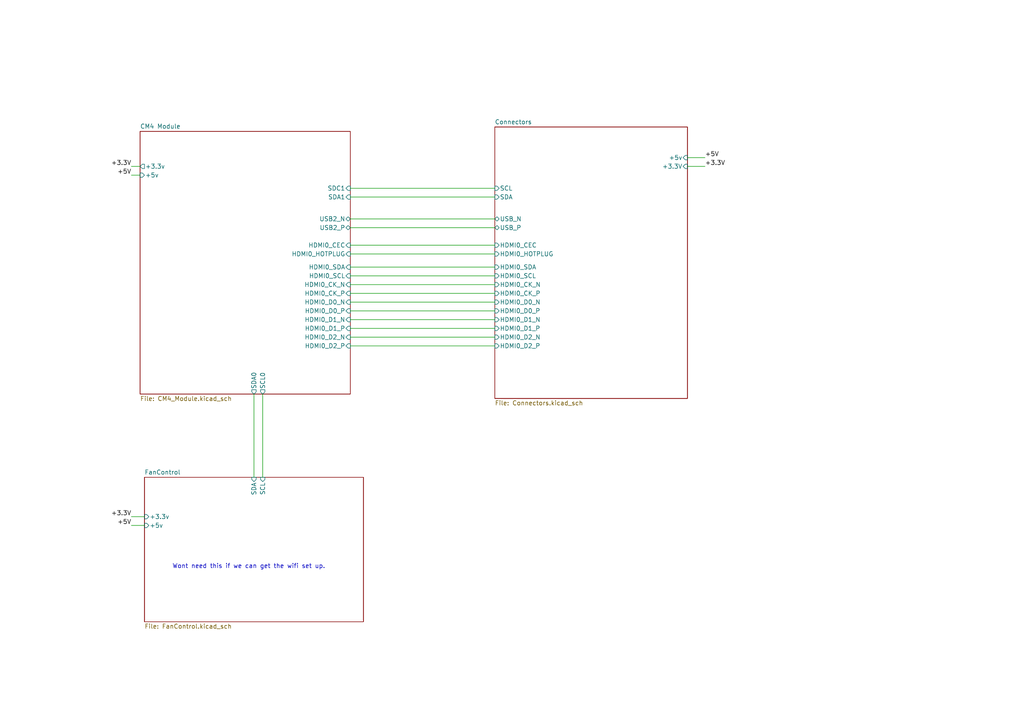
<source format=kicad_sch>
(kicad_sch
	(version 20231120)
	(generator "eeschema")
	(generator_version "8.0")
	(uuid "65a43853-fed5-47dc-8496-a0facecf291b")
	(paper "A4")
	(title_block
		(title "The Brains of the operation")
		(date "2024-08-17")
		(rev "V1")
		(comment 1 "AW")
	)
	(lib_symbols)
	(wire
		(pts
			(xy 101.6 95.25) (xy 143.51 95.25)
		)
		(stroke
			(width 0)
			(type default)
		)
		(uuid "0bdda296-b39b-4873-a6ce-d1751e757f4d")
	)
	(wire
		(pts
			(xy 101.6 82.55) (xy 143.51 82.55)
		)
		(stroke
			(width 0)
			(type default)
		)
		(uuid "198dc4f0-0140-4f1b-83aa-62bab9b8afed")
	)
	(wire
		(pts
			(xy 76.2 114.3) (xy 76.2 138.43)
		)
		(stroke
			(width 0)
			(type default)
		)
		(uuid "2240e777-1bc8-444c-a0c3-863195546075")
	)
	(wire
		(pts
			(xy 101.6 73.66) (xy 143.51 73.66)
		)
		(stroke
			(width 0)
			(type default)
		)
		(uuid "30a4d11a-6621-4d54-82a6-972d012f1bcd")
	)
	(wire
		(pts
			(xy 101.6 90.17) (xy 143.51 90.17)
		)
		(stroke
			(width 0)
			(type default)
		)
		(uuid "36bdd8a3-2551-41a6-a6e1-a837af84cc54")
	)
	(wire
		(pts
			(xy 38.1 152.4) (xy 41.91 152.4)
		)
		(stroke
			(width 0)
			(type default)
		)
		(uuid "473fc618-e50f-4f4d-91e6-78ce69f9edd5")
	)
	(wire
		(pts
			(xy 199.39 45.72) (xy 204.47 45.72)
		)
		(stroke
			(width 0)
			(type default)
		)
		(uuid "48258211-7251-4712-be4b-e8516d36ffa0")
	)
	(wire
		(pts
			(xy 101.6 66.04) (xy 143.51 66.04)
		)
		(stroke
			(width 0)
			(type default)
		)
		(uuid "49e2f4b0-a8c3-4d24-9faa-15687e94ddf5")
	)
	(wire
		(pts
			(xy 101.6 97.79) (xy 143.51 97.79)
		)
		(stroke
			(width 0)
			(type default)
		)
		(uuid "5b45e647-3b1a-4b74-9268-a0d96e27ea33")
	)
	(wire
		(pts
			(xy 101.6 54.61) (xy 143.51 54.61)
		)
		(stroke
			(width 0)
			(type default)
		)
		(uuid "5fe36f2d-544b-46c2-8097-37d1ca384d31")
	)
	(wire
		(pts
			(xy 101.6 100.33) (xy 143.51 100.33)
		)
		(stroke
			(width 0)
			(type default)
		)
		(uuid "6586700a-8dfb-41cd-8ced-71da2fcf3a6c")
	)
	(wire
		(pts
			(xy 101.6 63.5) (xy 143.51 63.5)
		)
		(stroke
			(width 0)
			(type default)
		)
		(uuid "743c9326-fcdb-44dd-bb4a-d8c0cc701c90")
	)
	(wire
		(pts
			(xy 73.66 114.3) (xy 73.66 138.43)
		)
		(stroke
			(width 0)
			(type default)
		)
		(uuid "75385cac-8844-47dd-b8b3-7d66e938dce2")
	)
	(wire
		(pts
			(xy 101.6 71.12) (xy 143.51 71.12)
		)
		(stroke
			(width 0)
			(type default)
		)
		(uuid "753b9764-8388-4b96-8066-e143d92ac741")
	)
	(wire
		(pts
			(xy 101.6 87.63) (xy 143.51 87.63)
		)
		(stroke
			(width 0)
			(type default)
		)
		(uuid "7eb235b9-5b8b-44cb-b1df-171e123dc33f")
	)
	(wire
		(pts
			(xy 199.39 48.26) (xy 204.47 48.26)
		)
		(stroke
			(width 0)
			(type default)
		)
		(uuid "8bc4e348-1127-461f-990f-7215ac0170b0")
	)
	(wire
		(pts
			(xy 101.6 57.15) (xy 143.51 57.15)
		)
		(stroke
			(width 0)
			(type default)
		)
		(uuid "aae01764-3a81-4938-9d07-5fb314758dce")
	)
	(wire
		(pts
			(xy 38.1 50.8) (xy 40.64 50.8)
		)
		(stroke
			(width 0)
			(type default)
		)
		(uuid "bfe382d0-a27f-40e2-ad42-c46e3e728776")
	)
	(wire
		(pts
			(xy 101.6 77.47) (xy 143.51 77.47)
		)
		(stroke
			(width 0)
			(type default)
		)
		(uuid "ca8ccd0f-c329-4c35-8a43-efdd7b8aa811")
	)
	(wire
		(pts
			(xy 101.6 80.01) (xy 143.51 80.01)
		)
		(stroke
			(width 0)
			(type default)
		)
		(uuid "f1bf6547-e6f9-4bdd-aab9-32185b0438eb")
	)
	(wire
		(pts
			(xy 38.1 149.86) (xy 41.91 149.86)
		)
		(stroke
			(width 0)
			(type default)
		)
		(uuid "f5c959c8-a9f2-4f9c-80b2-cbc0fde6a2ab")
	)
	(wire
		(pts
			(xy 101.6 85.09) (xy 143.51 85.09)
		)
		(stroke
			(width 0)
			(type default)
		)
		(uuid "f5d83f37-2a3c-4130-88ce-3918d0b49d83")
	)
	(wire
		(pts
			(xy 101.6 92.71) (xy 143.51 92.71)
		)
		(stroke
			(width 0)
			(type default)
		)
		(uuid "fccc3e20-f8b7-4cee-ad88-a0a94c883080")
	)
	(wire
		(pts
			(xy 38.1 48.26) (xy 40.64 48.26)
		)
		(stroke
			(width 0)
			(type default)
		)
		(uuid "fe3a8dc6-90e9-48dd-b4ae-c3c9bd8862d8")
	)
	(text "Wont need this if we can get the wifi set up. "
		(exclude_from_sim no)
		(at 72.644 164.338 0)
		(effects
			(font
				(size 1.27 1.27)
			)
		)
		(uuid "63cb73ea-8556-4883-bd1f-d84c1087c7c6")
	)
	(label "+3.3V"
		(at 38.1 149.86 180)
		(fields_autoplaced yes)
		(effects
			(font
				(size 1.27 1.27)
			)
			(justify right bottom)
		)
		(uuid "091d3df5-6d18-43c6-8baf-b1f819af9318")
	)
	(label "+5V"
		(at 38.1 152.4 180)
		(fields_autoplaced yes)
		(effects
			(font
				(size 1.27 1.27)
			)
			(justify right bottom)
		)
		(uuid "0a62786a-aae5-4388-8991-ad2c6475162d")
	)
	(label "+5V"
		(at 38.1 50.8 180)
		(fields_autoplaced yes)
		(effects
			(font
				(size 1.27 1.27)
			)
			(justify right bottom)
		)
		(uuid "207759a0-0769-431f-9d8f-a4af354d7b7c")
	)
	(label "+3.3V"
		(at 204.47 48.26 0)
		(fields_autoplaced yes)
		(effects
			(font
				(size 1.27 1.27)
			)
			(justify left bottom)
		)
		(uuid "29010fb9-dd72-4200-97ca-f0d6d556c8c2")
	)
	(label "+5V"
		(at 204.47 45.72 0)
		(fields_autoplaced yes)
		(effects
			(font
				(size 1.27 1.27)
			)
			(justify left bottom)
		)
		(uuid "58eb37b7-ea88-4006-a51f-04a1350dd685")
	)
	(label "+3.3V"
		(at 38.1 48.26 180)
		(fields_autoplaced yes)
		(effects
			(font
				(size 1.27 1.27)
			)
			(justify right bottom)
		)
		(uuid "5b5b2e2b-29f9-4e35-8010-59aba9d48018")
	)
	(sheet
		(at 143.51 36.83)
		(size 55.88 78.74)
		(fields_autoplaced yes)
		(stroke
			(width 0.1524)
			(type solid)
		)
		(fill
			(color 0 0 0 0.0000)
		)
		(uuid "06c5c2b3-901c-41cc-ba15-5377c735e49c")
		(property "Sheetname" "Connectors"
			(at 143.51 36.1184 0)
			(effects
				(font
					(size 1.27 1.27)
				)
				(justify left bottom)
			)
		)
		(property "Sheetfile" "Connectors.kicad_sch"
			(at 143.51 116.1546 0)
			(effects
				(font
					(size 1.27 1.27)
				)
				(justify left top)
			)
		)
		(pin "HDMI0_D2_P" input
			(at 143.51 100.33 180)
			(effects
				(font
					(size 1.27 1.27)
				)
				(justify left)
			)
			(uuid "73c65a63-788c-4e6d-abce-58857b9b358b")
		)
		(pin "HDMI0_D2_N" input
			(at 143.51 97.79 180)
			(effects
				(font
					(size 1.27 1.27)
				)
				(justify left)
			)
			(uuid "3fc1f2a2-3abf-490e-a817-31fbfe124087")
		)
		(pin "HDMI0_D1_P" input
			(at 143.51 95.25 180)
			(effects
				(font
					(size 1.27 1.27)
				)
				(justify left)
			)
			(uuid "c3d669fb-7f6e-4da1-b99d-ebbee93a8cde")
		)
		(pin "HDMI0_D1_N" input
			(at 143.51 92.71 180)
			(effects
				(font
					(size 1.27 1.27)
				)
				(justify left)
			)
			(uuid "feaeec44-c91a-4a90-85f9-3b327a31a46e")
		)
		(pin "HDMI0_D0_P" input
			(at 143.51 90.17 180)
			(effects
				(font
					(size 1.27 1.27)
				)
				(justify left)
			)
			(uuid "e6b239b4-c0a6-43a1-8344-6c9d3d8fb414")
		)
		(pin "HDMI0_D0_N" input
			(at 143.51 87.63 180)
			(effects
				(font
					(size 1.27 1.27)
				)
				(justify left)
			)
			(uuid "e4633065-185c-4da6-97aa-348daaac4c90")
		)
		(pin "HDMI0_CK_P" input
			(at 143.51 85.09 180)
			(effects
				(font
					(size 1.27 1.27)
				)
				(justify left)
			)
			(uuid "8a435cf9-1591-4d20-970e-72c78b0a05dd")
		)
		(pin "HDMI0_CK_N" input
			(at 143.51 82.55 180)
			(effects
				(font
					(size 1.27 1.27)
				)
				(justify left)
			)
			(uuid "90ed337a-0a4f-4185-b331-f6676a46a08b")
		)
		(pin "HDMI0_CEC" input
			(at 143.51 71.12 180)
			(effects
				(font
					(size 1.27 1.27)
				)
				(justify left)
			)
			(uuid "702fec3b-ec5b-4a50-8046-6c3036af69f6")
		)
		(pin "HDMI0_SCL" input
			(at 143.51 80.01 180)
			(effects
				(font
					(size 1.27 1.27)
				)
				(justify left)
			)
			(uuid "9972b9b0-30d5-4e24-821e-108078630fc2")
		)
		(pin "HDMI0_SDA" input
			(at 143.51 77.47 180)
			(effects
				(font
					(size 1.27 1.27)
				)
				(justify left)
			)
			(uuid "ed81a2c4-fa90-4485-a48c-239af38822f2")
		)
		(pin "HDMI0_HOTPLUG" input
			(at 143.51 73.66 180)
			(effects
				(font
					(size 1.27 1.27)
				)
				(justify left)
			)
			(uuid "052aec79-6635-4897-8e0e-42b1e47caa11")
		)
		(pin "+5v" input
			(at 199.39 45.72 0)
			(effects
				(font
					(size 1.27 1.27)
				)
				(justify right)
			)
			(uuid "b6ce157f-7425-44b2-8b77-5cf3e564743e")
		)
		(pin "SCL" input
			(at 143.51 54.61 180)
			(effects
				(font
					(size 1.27 1.27)
				)
				(justify left)
			)
			(uuid "3de8cc4a-b1c4-4707-9692-94dc00047bd4")
		)
		(pin "SDA" input
			(at 143.51 57.15 180)
			(effects
				(font
					(size 1.27 1.27)
				)
				(justify left)
			)
			(uuid "c544fc73-1636-4bb6-87cb-0cb161e51dda")
		)
		(pin "+3.3V" input
			(at 199.39 48.26 0)
			(effects
				(font
					(size 1.27 1.27)
				)
				(justify right)
			)
			(uuid "0b62aa16-e58d-4abe-b951-c24abd71248c")
		)
		(pin "USB_P" bidirectional
			(at 143.51 66.04 180)
			(effects
				(font
					(size 1.27 1.27)
				)
				(justify left)
			)
			(uuid "d7f6d146-593f-4284-a213-14a8106e8976")
		)
		(pin "USB_N" bidirectional
			(at 143.51 63.5 180)
			(effects
				(font
					(size 1.27 1.27)
				)
				(justify left)
			)
			(uuid "84241d68-2dd1-4fa1-b444-43ccf0e48508")
		)
		(instances
			(project "TheBrain"
				(path "/65a43853-fed5-47dc-8496-a0facecf291b"
					(page "3")
				)
			)
		)
	)
	(sheet
		(at 41.91 138.43)
		(size 63.5 41.91)
		(fields_autoplaced yes)
		(stroke
			(width 0.1524)
			(type solid)
		)
		(fill
			(color 0 0 0 0.0000)
		)
		(uuid "828b6eb7-e564-4aa4-be35-4dd33af5a82e")
		(property "Sheetname" "FanControl"
			(at 41.91 137.7184 0)
			(effects
				(font
					(size 1.27 1.27)
				)
				(justify left bottom)
			)
		)
		(property "Sheetfile" "FanControl.kicad_sch"
			(at 41.91 180.9246 0)
			(effects
				(font
					(size 1.27 1.27)
				)
				(justify left top)
			)
		)
		(pin "+5v" input
			(at 41.91 152.4 180)
			(effects
				(font
					(size 1.27 1.27)
				)
				(justify left)
			)
			(uuid "f147e211-c0ad-4f21-a36f-a8a7458407a0")
		)
		(pin "+3.3v" input
			(at 41.91 149.86 180)
			(effects
				(font
					(size 1.27 1.27)
				)
				(justify left)
			)
			(uuid "83189ce2-bba3-478d-9cb7-77a83ee67688")
		)
		(pin "SDA" input
			(at 73.66 138.43 90)
			(effects
				(font
					(size 1.27 1.27)
				)
				(justify right)
			)
			(uuid "727d514d-c64e-4d3f-bd53-4cc69ba5638f")
		)
		(pin "SCL" input
			(at 76.2 138.43 90)
			(effects
				(font
					(size 1.27 1.27)
				)
				(justify right)
			)
			(uuid "493ad0ac-98dd-4b4d-99b7-cc1889790c27")
		)
		(instances
			(project "TheBrain"
				(path "/65a43853-fed5-47dc-8496-a0facecf291b"
					(page "4")
				)
			)
		)
	)
	(sheet
		(at 40.64 38.1)
		(size 60.96 76.2)
		(fields_autoplaced yes)
		(stroke
			(width 0.1524)
			(type solid)
		)
		(fill
			(color 0 0 0 0.0000)
		)
		(uuid "e01117e7-e4d0-4aaa-9507-8d22ff79cac6")
		(property "Sheetname" "CM4 Module"
			(at 40.64 37.3884 0)
			(effects
				(font
					(size 1.27 1.27)
				)
				(justify left bottom)
			)
		)
		(property "Sheetfile" "CM4_Module.kicad_sch"
			(at 40.64 114.8846 0)
			(effects
				(font
					(size 1.27 1.27)
				)
				(justify left top)
			)
		)
		(pin "SDC1" input
			(at 101.6 54.61 0)
			(effects
				(font
					(size 1.27 1.27)
				)
				(justify right)
			)
			(uuid "6952e530-8753-42cd-b665-2e70d1d63383")
		)
		(pin "SDA1" input
			(at 101.6 57.15 0)
			(effects
				(font
					(size 1.27 1.27)
				)
				(justify right)
			)
			(uuid "98a6a0fc-53ff-41b6-a185-7fc04efb9222")
		)
		(pin "+3.3v" output
			(at 40.64 48.26 180)
			(effects
				(font
					(size 1.27 1.27)
				)
				(justify left)
			)
			(uuid "bbad1383-3e76-4da6-b683-2cc958af24f5")
		)
		(pin "+5v" input
			(at 40.64 50.8 180)
			(effects
				(font
					(size 1.27 1.27)
				)
				(justify left)
			)
			(uuid "58816756-8f2e-4be7-be4c-4e958e282e0a")
		)
		(pin "USB2_N" bidirectional
			(at 101.6 63.5 0)
			(effects
				(font
					(size 1.27 1.27)
				)
				(justify right)
			)
			(uuid "3c1fca7a-ae6f-4533-9409-90ef96f87c0f")
		)
		(pin "USB2_P" bidirectional
			(at 101.6 66.04 0)
			(effects
				(font
					(size 1.27 1.27)
				)
				(justify right)
			)
			(uuid "470bbda1-c731-4819-a387-c0e7956deacb")
		)
		(pin "HDMI0_CEC" input
			(at 101.6 71.12 0)
			(effects
				(font
					(size 1.27 1.27)
				)
				(justify right)
			)
			(uuid "826fcfcf-f92b-418e-8de9-d0dbc71ab872")
		)
		(pin "HDMI0_HOTPLUG" input
			(at 101.6 73.66 0)
			(effects
				(font
					(size 1.27 1.27)
				)
				(justify right)
			)
			(uuid "2ffaa345-527b-4642-ae27-5424f52c59bc")
		)
		(pin "HDMI0_SDA" input
			(at 101.6 77.47 0)
			(effects
				(font
					(size 1.27 1.27)
				)
				(justify right)
			)
			(uuid "dc297a73-e138-42ac-9bbc-5141461b1d53")
		)
		(pin "HDMI0_SCL" input
			(at 101.6 80.01 0)
			(effects
				(font
					(size 1.27 1.27)
				)
				(justify right)
			)
			(uuid "7b771940-2d94-4308-b9c4-b2120b563321")
		)
		(pin "HDMI0_CK_N" input
			(at 101.6 82.55 0)
			(effects
				(font
					(size 1.27 1.27)
				)
				(justify right)
			)
			(uuid "3daa6379-982a-47ab-b5e2-263cdfe9a6ba")
		)
		(pin "HDMI0_CK_P" input
			(at 101.6 85.09 0)
			(effects
				(font
					(size 1.27 1.27)
				)
				(justify right)
			)
			(uuid "a7b0f744-8261-4d94-8a48-75379067f139")
		)
		(pin "HDMI0_D0_N" input
			(at 101.6 87.63 0)
			(effects
				(font
					(size 1.27 1.27)
				)
				(justify right)
			)
			(uuid "a56dfa9c-1b7f-47f4-960c-965f97f9ba03")
		)
		(pin "HDMI0_D0_P" input
			(at 101.6 90.17 0)
			(effects
				(font
					(size 1.27 1.27)
				)
				(justify right)
			)
			(uuid "808745f3-789c-429e-9dac-1be112aa6525")
		)
		(pin "HDMI0_D1_N" input
			(at 101.6 92.71 0)
			(effects
				(font
					(size 1.27 1.27)
				)
				(justify right)
			)
			(uuid "ab3e63d6-f45d-4738-8ac6-e06aeaa62851")
		)
		(pin "HDMI0_D1_P" input
			(at 101.6 95.25 0)
			(effects
				(font
					(size 1.27 1.27)
				)
				(justify right)
			)
			(uuid "71f5ab1b-bd8a-47d6-b434-02e7b29cdc62")
		)
		(pin "HDMI0_D2_N" input
			(at 101.6 97.79 0)
			(effects
				(font
					(size 1.27 1.27)
				)
				(justify right)
			)
			(uuid "e11c735e-a180-42ac-8955-950a75c3a3ac")
		)
		(pin "HDMI0_D2_P" input
			(at 101.6 100.33 0)
			(effects
				(font
					(size 1.27 1.27)
				)
				(justify right)
			)
			(uuid "3648b472-3392-4c9e-b920-4ebb20813eba")
		)
		(pin "SDA0" output
			(at 73.66 114.3 270)
			(effects
				(font
					(size 1.27 1.27)
				)
				(justify left)
			)
			(uuid "00c79b95-ae15-4727-9a5a-f08e37d14c14")
		)
		(pin "SCL0" output
			(at 76.2 114.3 270)
			(effects
				(font
					(size 1.27 1.27)
				)
				(justify left)
			)
			(uuid "c47f6485-67fc-4149-ac26-46bbf69a12ec")
		)
		(instances
			(project "TheBrain"
				(path "/65a43853-fed5-47dc-8496-a0facecf291b"
					(page "2")
				)
			)
		)
	)
	(sheet_instances
		(path "/"
			(page "1")
		)
	)
)

</source>
